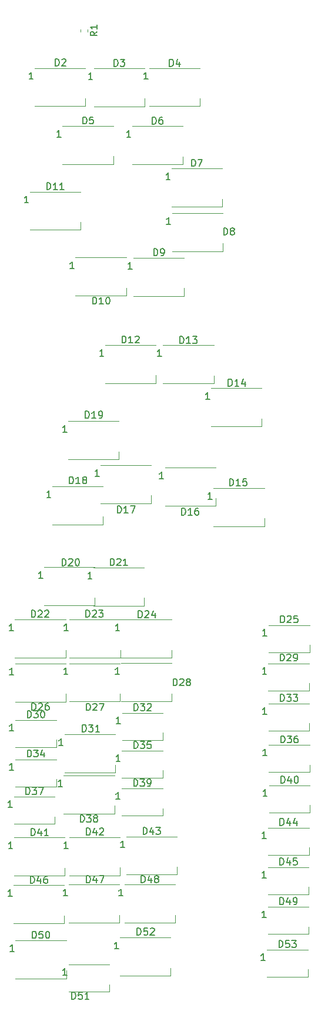
<source format=gbr>
%TF.GenerationSoftware,KiCad,Pcbnew,(5.1.6)-1*%
%TF.CreationDate,2021-08-23T14:52:40+10:00*%
%TF.ProjectId,SPIN RCV Panel PCB V1,5350494e-2052-4435-9620-50616e656c20,rev?*%
%TF.SameCoordinates,Original*%
%TF.FileFunction,Legend,Top*%
%TF.FilePolarity,Positive*%
%FSLAX46Y46*%
G04 Gerber Fmt 4.6, Leading zero omitted, Abs format (unit mm)*
G04 Created by KiCad (PCBNEW (5.1.6)-1) date 2021-08-23 14:52:40*
%MOMM*%
%LPD*%
G01*
G04 APERTURE LIST*
%ADD10C,0.120000*%
%ADD11C,0.150000*%
G04 APERTURE END LIST*
D10*
%TO.C,D53*%
X274758000Y-158425000D02*
X274758000Y-157350000D01*
X268858000Y-158425000D02*
X274758000Y-158425000D01*
X268858000Y-154525000D02*
X274758000Y-154525000D01*
%TO.C,D51*%
X246194000Y-160547000D02*
X246194000Y-159472000D01*
X240294000Y-160547000D02*
X246194000Y-160547000D01*
X240294000Y-156647000D02*
X246194000Y-156647000D01*
%TO.C,D49*%
X274896000Y-152267000D02*
X274896000Y-151192000D01*
X268996000Y-152267000D02*
X274896000Y-152267000D01*
X268996000Y-148367000D02*
X274896000Y-148367000D01*
%TO.C,D45*%
X274908000Y-146552000D02*
X274908000Y-145477000D01*
X269008000Y-146552000D02*
X274908000Y-146552000D01*
X269008000Y-142652000D02*
X274908000Y-142652000D01*
%TO.C,D44*%
X274922000Y-140862000D02*
X274922000Y-139787000D01*
X269022000Y-140862000D02*
X274922000Y-140862000D01*
X269022000Y-136962000D02*
X274922000Y-136962000D01*
%TO.C,D40*%
X275060000Y-134792000D02*
X275060000Y-133717000D01*
X269160000Y-134792000D02*
X275060000Y-134792000D01*
X269160000Y-130892000D02*
X275060000Y-130892000D01*
%TO.C,D39*%
X253854000Y-135235000D02*
X253854000Y-134160000D01*
X247954000Y-135235000D02*
X253854000Y-135235000D01*
X247954000Y-131335000D02*
X253854000Y-131335000D01*
%TO.C,D37*%
X238318000Y-136417000D02*
X238318000Y-135342000D01*
X232418000Y-136417000D02*
X238318000Y-136417000D01*
X232418000Y-132517000D02*
X238318000Y-132517000D01*
%TO.C,D36*%
X275037000Y-128987000D02*
X275037000Y-127912000D01*
X269137000Y-128987000D02*
X275037000Y-128987000D01*
X269137000Y-125087000D02*
X275037000Y-125087000D01*
%TO.C,D35*%
X253879000Y-129800000D02*
X253879000Y-128725000D01*
X247979000Y-129800000D02*
X253879000Y-129800000D01*
X247979000Y-125900000D02*
X253879000Y-125900000D01*
%TO.C,D34*%
X238523000Y-131033000D02*
X238523000Y-129958000D01*
X232623000Y-131033000D02*
X238523000Y-131033000D01*
X232623000Y-127133000D02*
X238523000Y-127133000D01*
%TO.C,D33*%
X274987000Y-123018000D02*
X274987000Y-121943000D01*
X269087000Y-123018000D02*
X274987000Y-123018000D01*
X269087000Y-119118000D02*
X274987000Y-119118000D01*
%TO.C,D32*%
X253905000Y-124364000D02*
X253905000Y-123289000D01*
X248005000Y-124364000D02*
X253905000Y-124364000D01*
X248005000Y-120464000D02*
X253905000Y-120464000D01*
%TO.C,D30*%
X238538000Y-125405000D02*
X238538000Y-124330000D01*
X232638000Y-125405000D02*
X238538000Y-125405000D01*
X232638000Y-121505000D02*
X238538000Y-121505000D01*
%TO.C,D29*%
X274956000Y-117227000D02*
X274956000Y-116152000D01*
X269056000Y-117227000D02*
X274956000Y-117227000D01*
X269056000Y-113327000D02*
X274956000Y-113327000D01*
%TO.C,D25*%
X275000000Y-111725000D02*
X275000000Y-110650000D01*
X269100000Y-111725000D02*
X275000000Y-111725000D01*
X269100000Y-107825000D02*
X275000000Y-107825000D01*
%TO.C,R1*%
X243055000Y-22163821D02*
X243055000Y-22489379D01*
X242035000Y-22163821D02*
X242035000Y-22489379D01*
%TO.C,D52*%
X247697000Y-152774000D02*
X254997000Y-152774000D01*
X247697000Y-158274000D02*
X254997000Y-158274000D01*
X254997000Y-158274000D02*
X254997000Y-157124000D01*
%TO.C,D50*%
X232658000Y-153155000D02*
X239958000Y-153155000D01*
X232658000Y-158655000D02*
X239958000Y-158655000D01*
X239958000Y-158655000D02*
X239958000Y-157505000D01*
%TO.C,D48*%
X248332000Y-145154000D02*
X255632000Y-145154000D01*
X248332000Y-150654000D02*
X255632000Y-150654000D01*
X255632000Y-150654000D02*
X255632000Y-149504000D01*
%TO.C,D47*%
X240331000Y-145154000D02*
X247631000Y-145154000D01*
X240331000Y-150654000D02*
X247631000Y-150654000D01*
X247631000Y-150654000D02*
X247631000Y-149504000D01*
%TO.C,D46*%
X232378000Y-145231000D02*
X239678000Y-145231000D01*
X232378000Y-150731000D02*
X239678000Y-150731000D01*
X239678000Y-150731000D02*
X239678000Y-149581000D01*
%TO.C,D43*%
X248597000Y-138220000D02*
X255897000Y-138220000D01*
X248597000Y-143720000D02*
X255897000Y-143720000D01*
X255897000Y-143720000D02*
X255897000Y-142570000D01*
%TO.C,D42*%
X240430000Y-138321000D02*
X247730000Y-138321000D01*
X240430000Y-143821000D02*
X247730000Y-143821000D01*
X247730000Y-143821000D02*
X247730000Y-142671000D01*
%TO.C,D41*%
X232431000Y-138372000D02*
X239731000Y-138372000D01*
X232431000Y-143872000D02*
X239731000Y-143872000D01*
X239731000Y-143872000D02*
X239731000Y-142722000D01*
%TO.C,D38*%
X239600000Y-129450000D02*
X246900000Y-129450000D01*
X239600000Y-134950000D02*
X246900000Y-134950000D01*
X246900000Y-134950000D02*
X246900000Y-133800000D01*
%TO.C,D31*%
X239700000Y-123550000D02*
X247000000Y-123550000D01*
X239700000Y-129050000D02*
X247000000Y-129050000D01*
X247000000Y-129050000D02*
X247000000Y-127900000D01*
%TO.C,D28*%
X247824000Y-113303000D02*
X255124000Y-113303000D01*
X247824000Y-118803000D02*
X255124000Y-118803000D01*
X255124000Y-118803000D02*
X255124000Y-117653000D01*
%TO.C,D27*%
X240407000Y-113328000D02*
X247707000Y-113328000D01*
X240407000Y-118828000D02*
X247707000Y-118828000D01*
X247707000Y-118828000D02*
X247707000Y-117678000D01*
%TO.C,D26*%
X232584000Y-113353000D02*
X239884000Y-113353000D01*
X232584000Y-118853000D02*
X239884000Y-118853000D01*
X239884000Y-118853000D02*
X239884000Y-117703000D01*
%TO.C,D24*%
X247849000Y-107029000D02*
X255149000Y-107029000D01*
X247849000Y-112529000D02*
X255149000Y-112529000D01*
X255149000Y-112529000D02*
X255149000Y-111379000D01*
%TO.C,D23*%
X240444000Y-107029000D02*
X247744000Y-107029000D01*
X240444000Y-112529000D02*
X247744000Y-112529000D01*
X247744000Y-112529000D02*
X247744000Y-111379000D01*
%TO.C,D22*%
X232558000Y-107029000D02*
X239858000Y-107029000D01*
X232558000Y-112529000D02*
X239858000Y-112529000D01*
X239858000Y-112529000D02*
X239858000Y-111379000D01*
%TO.C,D21*%
X243861000Y-99561000D02*
X251161000Y-99561000D01*
X243861000Y-105061000D02*
X251161000Y-105061000D01*
X251161000Y-105061000D02*
X251161000Y-103911000D01*
%TO.C,D20*%
X236775000Y-99510000D02*
X244075000Y-99510000D01*
X236775000Y-105010000D02*
X244075000Y-105010000D01*
X244075000Y-105010000D02*
X244075000Y-103860000D01*
%TO.C,D19*%
X240252000Y-78504400D02*
X247552000Y-78504400D01*
X240252000Y-84004400D02*
X247552000Y-84004400D01*
X247552000Y-84004400D02*
X247552000Y-82854400D01*
%TO.C,D18*%
X237943000Y-87877000D02*
X245243000Y-87877000D01*
X237943000Y-93377000D02*
X245243000Y-93377000D01*
X245243000Y-93377000D02*
X245243000Y-92227000D01*
%TO.C,D17*%
X244903000Y-84829000D02*
X252203000Y-84829000D01*
X244903000Y-90329000D02*
X252203000Y-90329000D01*
X252203000Y-90329000D02*
X252203000Y-89179000D01*
%TO.C,D16*%
X254174000Y-85184600D02*
X261474000Y-85184600D01*
X254174000Y-90684600D02*
X261474000Y-90684600D01*
X261474000Y-90684600D02*
X261474000Y-89534600D01*
%TO.C,D15*%
X261184000Y-88105600D02*
X268484000Y-88105600D01*
X261184000Y-93605600D02*
X268484000Y-93605600D01*
X268484000Y-93605600D02*
X268484000Y-92455600D01*
%TO.C,D14*%
X260829000Y-73754600D02*
X268129000Y-73754600D01*
X260829000Y-79254600D02*
X268129000Y-79254600D01*
X268129000Y-79254600D02*
X268129000Y-78104600D01*
%TO.C,D13*%
X253894000Y-67582400D02*
X261194000Y-67582400D01*
X253894000Y-73082400D02*
X261194000Y-73082400D01*
X261194000Y-73082400D02*
X261194000Y-71932400D01*
%TO.C,D12*%
X245563000Y-67557000D02*
X252863000Y-67557000D01*
X245563000Y-73057000D02*
X252863000Y-73057000D01*
X252863000Y-73057000D02*
X252863000Y-71907000D01*
%TO.C,D11*%
X234717000Y-45509800D02*
X242017000Y-45509800D01*
X234717000Y-51009800D02*
X242017000Y-51009800D01*
X242017000Y-51009800D02*
X242017000Y-49859800D01*
%TO.C,D10*%
X241294000Y-54984000D02*
X248594000Y-54984000D01*
X241294000Y-60484000D02*
X248594000Y-60484000D01*
X248594000Y-60484000D02*
X248594000Y-59334000D01*
%TO.C,D9*%
X249653000Y-55009800D02*
X256953000Y-55009800D01*
X249653000Y-60509800D02*
X256953000Y-60509800D01*
X256953000Y-60509800D02*
X256953000Y-59359800D01*
%TO.C,D8*%
X255188000Y-48583600D02*
X262488000Y-48583600D01*
X255188000Y-54083600D02*
X262488000Y-54083600D01*
X262488000Y-54083600D02*
X262488000Y-52933600D01*
%TO.C,D7*%
X255125000Y-42182600D02*
X262425000Y-42182600D01*
X255125000Y-47682600D02*
X262425000Y-47682600D01*
X262425000Y-47682600D02*
X262425000Y-46532600D01*
%TO.C,D6*%
X249449000Y-36086800D02*
X256749000Y-36086800D01*
X249449000Y-41586800D02*
X256749000Y-41586800D01*
X256749000Y-41586800D02*
X256749000Y-40436800D01*
%TO.C,D5*%
X239416000Y-36035600D02*
X246716000Y-36035600D01*
X239416000Y-41535600D02*
X246716000Y-41535600D01*
X246716000Y-41535600D02*
X246716000Y-40385600D01*
%TO.C,D4*%
X251939000Y-27730200D02*
X259239000Y-27730200D01*
X251939000Y-33230200D02*
X259239000Y-33230200D01*
X259239000Y-33230200D02*
X259239000Y-32080200D01*
%TO.C,D3*%
X243961000Y-27755600D02*
X251261000Y-27755600D01*
X243961000Y-33255600D02*
X251261000Y-33255600D01*
X251261000Y-33255600D02*
X251261000Y-32105600D01*
%TO.C,D2*%
X235401000Y-27729800D02*
X242701000Y-27729800D01*
X235401000Y-33229800D02*
X242701000Y-33229800D01*
X242701000Y-33229800D02*
X242701000Y-32079800D01*
%TO.C,D53*%
D11*
X270593714Y-154177380D02*
X270593714Y-153177380D01*
X270831809Y-153177380D01*
X270974666Y-153225000D01*
X271069904Y-153320238D01*
X271117523Y-153415476D01*
X271165142Y-153605952D01*
X271165142Y-153748809D01*
X271117523Y-153939285D01*
X271069904Y-154034523D01*
X270974666Y-154129761D01*
X270831809Y-154177380D01*
X270593714Y-154177380D01*
X272069904Y-153177380D02*
X271593714Y-153177380D01*
X271546095Y-153653571D01*
X271593714Y-153605952D01*
X271688952Y-153558333D01*
X271927047Y-153558333D01*
X272022285Y-153605952D01*
X272069904Y-153653571D01*
X272117523Y-153748809D01*
X272117523Y-153986904D01*
X272069904Y-154082142D01*
X272022285Y-154129761D01*
X271927047Y-154177380D01*
X271688952Y-154177380D01*
X271593714Y-154129761D01*
X271546095Y-154082142D01*
X272450857Y-153177380D02*
X273069904Y-153177380D01*
X272736571Y-153558333D01*
X272879428Y-153558333D01*
X272974666Y-153605952D01*
X273022285Y-153653571D01*
X273069904Y-153748809D01*
X273069904Y-153986904D01*
X273022285Y-154082142D01*
X272974666Y-154129761D01*
X272879428Y-154177380D01*
X272593714Y-154177380D01*
X272498476Y-154129761D01*
X272450857Y-154082142D01*
X268593714Y-156052380D02*
X268022285Y-156052380D01*
X268308000Y-156052380D02*
X268308000Y-155052380D01*
X268212761Y-155195238D01*
X268117523Y-155290476D01*
X268022285Y-155338095D01*
%TO.C,D51*%
X240760714Y-161602380D02*
X240760714Y-160602380D01*
X240998809Y-160602380D01*
X241141666Y-160650000D01*
X241236904Y-160745238D01*
X241284523Y-160840476D01*
X241332142Y-161030952D01*
X241332142Y-161173809D01*
X241284523Y-161364285D01*
X241236904Y-161459523D01*
X241141666Y-161554761D01*
X240998809Y-161602380D01*
X240760714Y-161602380D01*
X242236904Y-160602380D02*
X241760714Y-160602380D01*
X241713095Y-161078571D01*
X241760714Y-161030952D01*
X241855952Y-160983333D01*
X242094047Y-160983333D01*
X242189285Y-161030952D01*
X242236904Y-161078571D01*
X242284523Y-161173809D01*
X242284523Y-161411904D01*
X242236904Y-161507142D01*
X242189285Y-161554761D01*
X242094047Y-161602380D01*
X241855952Y-161602380D01*
X241760714Y-161554761D01*
X241713095Y-161507142D01*
X243236904Y-161602380D02*
X242665476Y-161602380D01*
X242951190Y-161602380D02*
X242951190Y-160602380D01*
X242855952Y-160745238D01*
X242760714Y-160840476D01*
X242665476Y-160888095D01*
X240029714Y-158174380D02*
X239458285Y-158174380D01*
X239744000Y-158174380D02*
X239744000Y-157174380D01*
X239648761Y-157317238D01*
X239553523Y-157412476D01*
X239458285Y-157460095D01*
%TO.C,D49*%
X270731714Y-148019380D02*
X270731714Y-147019380D01*
X270969809Y-147019380D01*
X271112666Y-147067000D01*
X271207904Y-147162238D01*
X271255523Y-147257476D01*
X271303142Y-147447952D01*
X271303142Y-147590809D01*
X271255523Y-147781285D01*
X271207904Y-147876523D01*
X271112666Y-147971761D01*
X270969809Y-148019380D01*
X270731714Y-148019380D01*
X272160285Y-147352714D02*
X272160285Y-148019380D01*
X271922190Y-146971761D02*
X271684095Y-147686047D01*
X272303142Y-147686047D01*
X272731714Y-148019380D02*
X272922190Y-148019380D01*
X273017428Y-147971761D01*
X273065047Y-147924142D01*
X273160285Y-147781285D01*
X273207904Y-147590809D01*
X273207904Y-147209857D01*
X273160285Y-147114619D01*
X273112666Y-147067000D01*
X273017428Y-147019380D01*
X272826952Y-147019380D01*
X272731714Y-147067000D01*
X272684095Y-147114619D01*
X272636476Y-147209857D01*
X272636476Y-147447952D01*
X272684095Y-147543190D01*
X272731714Y-147590809D01*
X272826952Y-147638428D01*
X273017428Y-147638428D01*
X273112666Y-147590809D01*
X273160285Y-147543190D01*
X273207904Y-147447952D01*
X268731714Y-149894380D02*
X268160285Y-149894380D01*
X268446000Y-149894380D02*
X268446000Y-148894380D01*
X268350761Y-149037238D01*
X268255523Y-149132476D01*
X268160285Y-149180095D01*
%TO.C,D45*%
X270743714Y-142304380D02*
X270743714Y-141304380D01*
X270981809Y-141304380D01*
X271124666Y-141352000D01*
X271219904Y-141447238D01*
X271267523Y-141542476D01*
X271315142Y-141732952D01*
X271315142Y-141875809D01*
X271267523Y-142066285D01*
X271219904Y-142161523D01*
X271124666Y-142256761D01*
X270981809Y-142304380D01*
X270743714Y-142304380D01*
X272172285Y-141637714D02*
X272172285Y-142304380D01*
X271934190Y-141256761D02*
X271696095Y-141971047D01*
X272315142Y-141971047D01*
X273172285Y-141304380D02*
X272696095Y-141304380D01*
X272648476Y-141780571D01*
X272696095Y-141732952D01*
X272791333Y-141685333D01*
X273029428Y-141685333D01*
X273124666Y-141732952D01*
X273172285Y-141780571D01*
X273219904Y-141875809D01*
X273219904Y-142113904D01*
X273172285Y-142209142D01*
X273124666Y-142256761D01*
X273029428Y-142304380D01*
X272791333Y-142304380D01*
X272696095Y-142256761D01*
X272648476Y-142209142D01*
X268743714Y-144179380D02*
X268172285Y-144179380D01*
X268458000Y-144179380D02*
X268458000Y-143179380D01*
X268362761Y-143322238D01*
X268267523Y-143417476D01*
X268172285Y-143465095D01*
%TO.C,D44*%
X270757714Y-136614380D02*
X270757714Y-135614380D01*
X270995809Y-135614380D01*
X271138666Y-135662000D01*
X271233904Y-135757238D01*
X271281523Y-135852476D01*
X271329142Y-136042952D01*
X271329142Y-136185809D01*
X271281523Y-136376285D01*
X271233904Y-136471523D01*
X271138666Y-136566761D01*
X270995809Y-136614380D01*
X270757714Y-136614380D01*
X272186285Y-135947714D02*
X272186285Y-136614380D01*
X271948190Y-135566761D02*
X271710095Y-136281047D01*
X272329142Y-136281047D01*
X273138666Y-135947714D02*
X273138666Y-136614380D01*
X272900571Y-135566761D02*
X272662476Y-136281047D01*
X273281523Y-136281047D01*
X268757714Y-138489380D02*
X268186285Y-138489380D01*
X268472000Y-138489380D02*
X268472000Y-137489380D01*
X268376761Y-137632238D01*
X268281523Y-137727476D01*
X268186285Y-137775095D01*
%TO.C,D40*%
X270895714Y-130544380D02*
X270895714Y-129544380D01*
X271133809Y-129544380D01*
X271276666Y-129592000D01*
X271371904Y-129687238D01*
X271419523Y-129782476D01*
X271467142Y-129972952D01*
X271467142Y-130115809D01*
X271419523Y-130306285D01*
X271371904Y-130401523D01*
X271276666Y-130496761D01*
X271133809Y-130544380D01*
X270895714Y-130544380D01*
X272324285Y-129877714D02*
X272324285Y-130544380D01*
X272086190Y-129496761D02*
X271848095Y-130211047D01*
X272467142Y-130211047D01*
X273038571Y-129544380D02*
X273133809Y-129544380D01*
X273229047Y-129592000D01*
X273276666Y-129639619D01*
X273324285Y-129734857D01*
X273371904Y-129925333D01*
X273371904Y-130163428D01*
X273324285Y-130353904D01*
X273276666Y-130449142D01*
X273229047Y-130496761D01*
X273133809Y-130544380D01*
X273038571Y-130544380D01*
X272943333Y-130496761D01*
X272895714Y-130449142D01*
X272848095Y-130353904D01*
X272800476Y-130163428D01*
X272800476Y-129925333D01*
X272848095Y-129734857D01*
X272895714Y-129639619D01*
X272943333Y-129592000D01*
X273038571Y-129544380D01*
X268895714Y-132419380D02*
X268324285Y-132419380D01*
X268610000Y-132419380D02*
X268610000Y-131419380D01*
X268514761Y-131562238D01*
X268419523Y-131657476D01*
X268324285Y-131705095D01*
%TO.C,D39*%
X249689714Y-130987380D02*
X249689714Y-129987380D01*
X249927809Y-129987380D01*
X250070666Y-130035000D01*
X250165904Y-130130238D01*
X250213523Y-130225476D01*
X250261142Y-130415952D01*
X250261142Y-130558809D01*
X250213523Y-130749285D01*
X250165904Y-130844523D01*
X250070666Y-130939761D01*
X249927809Y-130987380D01*
X249689714Y-130987380D01*
X250594476Y-129987380D02*
X251213523Y-129987380D01*
X250880190Y-130368333D01*
X251023047Y-130368333D01*
X251118285Y-130415952D01*
X251165904Y-130463571D01*
X251213523Y-130558809D01*
X251213523Y-130796904D01*
X251165904Y-130892142D01*
X251118285Y-130939761D01*
X251023047Y-130987380D01*
X250737333Y-130987380D01*
X250642095Y-130939761D01*
X250594476Y-130892142D01*
X251689714Y-130987380D02*
X251880190Y-130987380D01*
X251975428Y-130939761D01*
X252023047Y-130892142D01*
X252118285Y-130749285D01*
X252165904Y-130558809D01*
X252165904Y-130177857D01*
X252118285Y-130082619D01*
X252070666Y-130035000D01*
X251975428Y-129987380D01*
X251784952Y-129987380D01*
X251689714Y-130035000D01*
X251642095Y-130082619D01*
X251594476Y-130177857D01*
X251594476Y-130415952D01*
X251642095Y-130511190D01*
X251689714Y-130558809D01*
X251784952Y-130606428D01*
X251975428Y-130606428D01*
X252070666Y-130558809D01*
X252118285Y-130511190D01*
X252165904Y-130415952D01*
X247689714Y-132862380D02*
X247118285Y-132862380D01*
X247404000Y-132862380D02*
X247404000Y-131862380D01*
X247308761Y-132005238D01*
X247213523Y-132100476D01*
X247118285Y-132148095D01*
%TO.C,D37*%
X234153714Y-132169380D02*
X234153714Y-131169380D01*
X234391809Y-131169380D01*
X234534666Y-131217000D01*
X234629904Y-131312238D01*
X234677523Y-131407476D01*
X234725142Y-131597952D01*
X234725142Y-131740809D01*
X234677523Y-131931285D01*
X234629904Y-132026523D01*
X234534666Y-132121761D01*
X234391809Y-132169380D01*
X234153714Y-132169380D01*
X235058476Y-131169380D02*
X235677523Y-131169380D01*
X235344190Y-131550333D01*
X235487047Y-131550333D01*
X235582285Y-131597952D01*
X235629904Y-131645571D01*
X235677523Y-131740809D01*
X235677523Y-131978904D01*
X235629904Y-132074142D01*
X235582285Y-132121761D01*
X235487047Y-132169380D01*
X235201333Y-132169380D01*
X235106095Y-132121761D01*
X235058476Y-132074142D01*
X236010857Y-131169380D02*
X236677523Y-131169380D01*
X236248952Y-132169380D01*
X232153714Y-134044380D02*
X231582285Y-134044380D01*
X231868000Y-134044380D02*
X231868000Y-133044380D01*
X231772761Y-133187238D01*
X231677523Y-133282476D01*
X231582285Y-133330095D01*
%TO.C,D36*%
X270872714Y-124739380D02*
X270872714Y-123739380D01*
X271110809Y-123739380D01*
X271253666Y-123787000D01*
X271348904Y-123882238D01*
X271396523Y-123977476D01*
X271444142Y-124167952D01*
X271444142Y-124310809D01*
X271396523Y-124501285D01*
X271348904Y-124596523D01*
X271253666Y-124691761D01*
X271110809Y-124739380D01*
X270872714Y-124739380D01*
X271777476Y-123739380D02*
X272396523Y-123739380D01*
X272063190Y-124120333D01*
X272206047Y-124120333D01*
X272301285Y-124167952D01*
X272348904Y-124215571D01*
X272396523Y-124310809D01*
X272396523Y-124548904D01*
X272348904Y-124644142D01*
X272301285Y-124691761D01*
X272206047Y-124739380D01*
X271920333Y-124739380D01*
X271825095Y-124691761D01*
X271777476Y-124644142D01*
X273253666Y-123739380D02*
X273063190Y-123739380D01*
X272967952Y-123787000D01*
X272920333Y-123834619D01*
X272825095Y-123977476D01*
X272777476Y-124167952D01*
X272777476Y-124548904D01*
X272825095Y-124644142D01*
X272872714Y-124691761D01*
X272967952Y-124739380D01*
X273158428Y-124739380D01*
X273253666Y-124691761D01*
X273301285Y-124644142D01*
X273348904Y-124548904D01*
X273348904Y-124310809D01*
X273301285Y-124215571D01*
X273253666Y-124167952D01*
X273158428Y-124120333D01*
X272967952Y-124120333D01*
X272872714Y-124167952D01*
X272825095Y-124215571D01*
X272777476Y-124310809D01*
X268872714Y-126614380D02*
X268301285Y-126614380D01*
X268587000Y-126614380D02*
X268587000Y-125614380D01*
X268491761Y-125757238D01*
X268396523Y-125852476D01*
X268301285Y-125900095D01*
%TO.C,D35*%
X249714714Y-125552380D02*
X249714714Y-124552380D01*
X249952809Y-124552380D01*
X250095666Y-124600000D01*
X250190904Y-124695238D01*
X250238523Y-124790476D01*
X250286142Y-124980952D01*
X250286142Y-125123809D01*
X250238523Y-125314285D01*
X250190904Y-125409523D01*
X250095666Y-125504761D01*
X249952809Y-125552380D01*
X249714714Y-125552380D01*
X250619476Y-124552380D02*
X251238523Y-124552380D01*
X250905190Y-124933333D01*
X251048047Y-124933333D01*
X251143285Y-124980952D01*
X251190904Y-125028571D01*
X251238523Y-125123809D01*
X251238523Y-125361904D01*
X251190904Y-125457142D01*
X251143285Y-125504761D01*
X251048047Y-125552380D01*
X250762333Y-125552380D01*
X250667095Y-125504761D01*
X250619476Y-125457142D01*
X252143285Y-124552380D02*
X251667095Y-124552380D01*
X251619476Y-125028571D01*
X251667095Y-124980952D01*
X251762333Y-124933333D01*
X252000428Y-124933333D01*
X252095666Y-124980952D01*
X252143285Y-125028571D01*
X252190904Y-125123809D01*
X252190904Y-125361904D01*
X252143285Y-125457142D01*
X252095666Y-125504761D01*
X252000428Y-125552380D01*
X251762333Y-125552380D01*
X251667095Y-125504761D01*
X251619476Y-125457142D01*
X247714714Y-127427380D02*
X247143285Y-127427380D01*
X247429000Y-127427380D02*
X247429000Y-126427380D01*
X247333761Y-126570238D01*
X247238523Y-126665476D01*
X247143285Y-126713095D01*
%TO.C,D34*%
X234358714Y-126785380D02*
X234358714Y-125785380D01*
X234596809Y-125785380D01*
X234739666Y-125833000D01*
X234834904Y-125928238D01*
X234882523Y-126023476D01*
X234930142Y-126213952D01*
X234930142Y-126356809D01*
X234882523Y-126547285D01*
X234834904Y-126642523D01*
X234739666Y-126737761D01*
X234596809Y-126785380D01*
X234358714Y-126785380D01*
X235263476Y-125785380D02*
X235882523Y-125785380D01*
X235549190Y-126166333D01*
X235692047Y-126166333D01*
X235787285Y-126213952D01*
X235834904Y-126261571D01*
X235882523Y-126356809D01*
X235882523Y-126594904D01*
X235834904Y-126690142D01*
X235787285Y-126737761D01*
X235692047Y-126785380D01*
X235406333Y-126785380D01*
X235311095Y-126737761D01*
X235263476Y-126690142D01*
X236739666Y-126118714D02*
X236739666Y-126785380D01*
X236501571Y-125737761D02*
X236263476Y-126452047D01*
X236882523Y-126452047D01*
X232358714Y-128660380D02*
X231787285Y-128660380D01*
X232073000Y-128660380D02*
X232073000Y-127660380D01*
X231977761Y-127803238D01*
X231882523Y-127898476D01*
X231787285Y-127946095D01*
%TO.C,D33*%
X270822714Y-118770380D02*
X270822714Y-117770380D01*
X271060809Y-117770380D01*
X271203666Y-117818000D01*
X271298904Y-117913238D01*
X271346523Y-118008476D01*
X271394142Y-118198952D01*
X271394142Y-118341809D01*
X271346523Y-118532285D01*
X271298904Y-118627523D01*
X271203666Y-118722761D01*
X271060809Y-118770380D01*
X270822714Y-118770380D01*
X271727476Y-117770380D02*
X272346523Y-117770380D01*
X272013190Y-118151333D01*
X272156047Y-118151333D01*
X272251285Y-118198952D01*
X272298904Y-118246571D01*
X272346523Y-118341809D01*
X272346523Y-118579904D01*
X272298904Y-118675142D01*
X272251285Y-118722761D01*
X272156047Y-118770380D01*
X271870333Y-118770380D01*
X271775095Y-118722761D01*
X271727476Y-118675142D01*
X272679857Y-117770380D02*
X273298904Y-117770380D01*
X272965571Y-118151333D01*
X273108428Y-118151333D01*
X273203666Y-118198952D01*
X273251285Y-118246571D01*
X273298904Y-118341809D01*
X273298904Y-118579904D01*
X273251285Y-118675142D01*
X273203666Y-118722761D01*
X273108428Y-118770380D01*
X272822714Y-118770380D01*
X272727476Y-118722761D01*
X272679857Y-118675142D01*
X268822714Y-120645380D02*
X268251285Y-120645380D01*
X268537000Y-120645380D02*
X268537000Y-119645380D01*
X268441761Y-119788238D01*
X268346523Y-119883476D01*
X268251285Y-119931095D01*
%TO.C,D32*%
X249740714Y-120116380D02*
X249740714Y-119116380D01*
X249978809Y-119116380D01*
X250121666Y-119164000D01*
X250216904Y-119259238D01*
X250264523Y-119354476D01*
X250312142Y-119544952D01*
X250312142Y-119687809D01*
X250264523Y-119878285D01*
X250216904Y-119973523D01*
X250121666Y-120068761D01*
X249978809Y-120116380D01*
X249740714Y-120116380D01*
X250645476Y-119116380D02*
X251264523Y-119116380D01*
X250931190Y-119497333D01*
X251074047Y-119497333D01*
X251169285Y-119544952D01*
X251216904Y-119592571D01*
X251264523Y-119687809D01*
X251264523Y-119925904D01*
X251216904Y-120021142D01*
X251169285Y-120068761D01*
X251074047Y-120116380D01*
X250788333Y-120116380D01*
X250693095Y-120068761D01*
X250645476Y-120021142D01*
X251645476Y-119211619D02*
X251693095Y-119164000D01*
X251788333Y-119116380D01*
X252026428Y-119116380D01*
X252121666Y-119164000D01*
X252169285Y-119211619D01*
X252216904Y-119306857D01*
X252216904Y-119402095D01*
X252169285Y-119544952D01*
X251597857Y-120116380D01*
X252216904Y-120116380D01*
X247740714Y-121991380D02*
X247169285Y-121991380D01*
X247455000Y-121991380D02*
X247455000Y-120991380D01*
X247359761Y-121134238D01*
X247264523Y-121229476D01*
X247169285Y-121277095D01*
%TO.C,D30*%
X234373714Y-121157380D02*
X234373714Y-120157380D01*
X234611809Y-120157380D01*
X234754666Y-120205000D01*
X234849904Y-120300238D01*
X234897523Y-120395476D01*
X234945142Y-120585952D01*
X234945142Y-120728809D01*
X234897523Y-120919285D01*
X234849904Y-121014523D01*
X234754666Y-121109761D01*
X234611809Y-121157380D01*
X234373714Y-121157380D01*
X235278476Y-120157380D02*
X235897523Y-120157380D01*
X235564190Y-120538333D01*
X235707047Y-120538333D01*
X235802285Y-120585952D01*
X235849904Y-120633571D01*
X235897523Y-120728809D01*
X235897523Y-120966904D01*
X235849904Y-121062142D01*
X235802285Y-121109761D01*
X235707047Y-121157380D01*
X235421333Y-121157380D01*
X235326095Y-121109761D01*
X235278476Y-121062142D01*
X236516571Y-120157380D02*
X236611809Y-120157380D01*
X236707047Y-120205000D01*
X236754666Y-120252619D01*
X236802285Y-120347857D01*
X236849904Y-120538333D01*
X236849904Y-120776428D01*
X236802285Y-120966904D01*
X236754666Y-121062142D01*
X236707047Y-121109761D01*
X236611809Y-121157380D01*
X236516571Y-121157380D01*
X236421333Y-121109761D01*
X236373714Y-121062142D01*
X236326095Y-120966904D01*
X236278476Y-120776428D01*
X236278476Y-120538333D01*
X236326095Y-120347857D01*
X236373714Y-120252619D01*
X236421333Y-120205000D01*
X236516571Y-120157380D01*
X232373714Y-123032380D02*
X231802285Y-123032380D01*
X232088000Y-123032380D02*
X232088000Y-122032380D01*
X231992761Y-122175238D01*
X231897523Y-122270476D01*
X231802285Y-122318095D01*
%TO.C,D29*%
X270791714Y-112979380D02*
X270791714Y-111979380D01*
X271029809Y-111979380D01*
X271172666Y-112027000D01*
X271267904Y-112122238D01*
X271315523Y-112217476D01*
X271363142Y-112407952D01*
X271363142Y-112550809D01*
X271315523Y-112741285D01*
X271267904Y-112836523D01*
X271172666Y-112931761D01*
X271029809Y-112979380D01*
X270791714Y-112979380D01*
X271744095Y-112074619D02*
X271791714Y-112027000D01*
X271886952Y-111979380D01*
X272125047Y-111979380D01*
X272220285Y-112027000D01*
X272267904Y-112074619D01*
X272315523Y-112169857D01*
X272315523Y-112265095D01*
X272267904Y-112407952D01*
X271696476Y-112979380D01*
X272315523Y-112979380D01*
X272791714Y-112979380D02*
X272982190Y-112979380D01*
X273077428Y-112931761D01*
X273125047Y-112884142D01*
X273220285Y-112741285D01*
X273267904Y-112550809D01*
X273267904Y-112169857D01*
X273220285Y-112074619D01*
X273172666Y-112027000D01*
X273077428Y-111979380D01*
X272886952Y-111979380D01*
X272791714Y-112027000D01*
X272744095Y-112074619D01*
X272696476Y-112169857D01*
X272696476Y-112407952D01*
X272744095Y-112503190D01*
X272791714Y-112550809D01*
X272886952Y-112598428D01*
X273077428Y-112598428D01*
X273172666Y-112550809D01*
X273220285Y-112503190D01*
X273267904Y-112407952D01*
X268791714Y-114854380D02*
X268220285Y-114854380D01*
X268506000Y-114854380D02*
X268506000Y-113854380D01*
X268410761Y-113997238D01*
X268315523Y-114092476D01*
X268220285Y-114140095D01*
%TO.C,D25*%
X270835714Y-107477380D02*
X270835714Y-106477380D01*
X271073809Y-106477380D01*
X271216666Y-106525000D01*
X271311904Y-106620238D01*
X271359523Y-106715476D01*
X271407142Y-106905952D01*
X271407142Y-107048809D01*
X271359523Y-107239285D01*
X271311904Y-107334523D01*
X271216666Y-107429761D01*
X271073809Y-107477380D01*
X270835714Y-107477380D01*
X271788095Y-106572619D02*
X271835714Y-106525000D01*
X271930952Y-106477380D01*
X272169047Y-106477380D01*
X272264285Y-106525000D01*
X272311904Y-106572619D01*
X272359523Y-106667857D01*
X272359523Y-106763095D01*
X272311904Y-106905952D01*
X271740476Y-107477380D01*
X272359523Y-107477380D01*
X273264285Y-106477380D02*
X272788095Y-106477380D01*
X272740476Y-106953571D01*
X272788095Y-106905952D01*
X272883333Y-106858333D01*
X273121428Y-106858333D01*
X273216666Y-106905952D01*
X273264285Y-106953571D01*
X273311904Y-107048809D01*
X273311904Y-107286904D01*
X273264285Y-107382142D01*
X273216666Y-107429761D01*
X273121428Y-107477380D01*
X272883333Y-107477380D01*
X272788095Y-107429761D01*
X272740476Y-107382142D01*
X268835714Y-109352380D02*
X268264285Y-109352380D01*
X268550000Y-109352380D02*
X268550000Y-108352380D01*
X268454761Y-108495238D01*
X268359523Y-108590476D01*
X268264285Y-108638095D01*
%TO.C,R1*%
X244427380Y-22493266D02*
X243951190Y-22826600D01*
X244427380Y-23064695D02*
X243427380Y-23064695D01*
X243427380Y-22683742D01*
X243475000Y-22588504D01*
X243522619Y-22540885D01*
X243617857Y-22493266D01*
X243760714Y-22493266D01*
X243855952Y-22540885D01*
X243903571Y-22588504D01*
X243951190Y-22683742D01*
X243951190Y-23064695D01*
X244427380Y-21540885D02*
X244427380Y-22112314D01*
X244427380Y-21826600D02*
X243427380Y-21826600D01*
X243570238Y-21921838D01*
X243665476Y-22017076D01*
X243713095Y-22112314D01*
%TO.C,D52*%
X250169714Y-152395180D02*
X250169714Y-151395180D01*
X250407809Y-151395180D01*
X250550666Y-151442800D01*
X250645904Y-151538038D01*
X250693523Y-151633276D01*
X250741142Y-151823752D01*
X250741142Y-151966609D01*
X250693523Y-152157085D01*
X250645904Y-152252323D01*
X250550666Y-152347561D01*
X250407809Y-152395180D01*
X250169714Y-152395180D01*
X251645904Y-151395180D02*
X251169714Y-151395180D01*
X251122095Y-151871371D01*
X251169714Y-151823752D01*
X251264952Y-151776133D01*
X251503047Y-151776133D01*
X251598285Y-151823752D01*
X251645904Y-151871371D01*
X251693523Y-151966609D01*
X251693523Y-152204704D01*
X251645904Y-152299942D01*
X251598285Y-152347561D01*
X251503047Y-152395180D01*
X251264952Y-152395180D01*
X251169714Y-152347561D01*
X251122095Y-152299942D01*
X252074476Y-151490419D02*
X252122095Y-151442800D01*
X252217333Y-151395180D01*
X252455428Y-151395180D01*
X252550666Y-151442800D01*
X252598285Y-151490419D01*
X252645904Y-151585657D01*
X252645904Y-151680895D01*
X252598285Y-151823752D01*
X252026857Y-152395180D01*
X252645904Y-152395180D01*
X247482714Y-154376380D02*
X246911285Y-154376380D01*
X247197000Y-154376380D02*
X247197000Y-153376380D01*
X247101761Y-153519238D01*
X247006523Y-153614476D01*
X246911285Y-153662095D01*
%TO.C,D50*%
X235093714Y-152857380D02*
X235093714Y-151857380D01*
X235331809Y-151857380D01*
X235474666Y-151905000D01*
X235569904Y-152000238D01*
X235617523Y-152095476D01*
X235665142Y-152285952D01*
X235665142Y-152428809D01*
X235617523Y-152619285D01*
X235569904Y-152714523D01*
X235474666Y-152809761D01*
X235331809Y-152857380D01*
X235093714Y-152857380D01*
X236569904Y-151857380D02*
X236093714Y-151857380D01*
X236046095Y-152333571D01*
X236093714Y-152285952D01*
X236188952Y-152238333D01*
X236427047Y-152238333D01*
X236522285Y-152285952D01*
X236569904Y-152333571D01*
X236617523Y-152428809D01*
X236617523Y-152666904D01*
X236569904Y-152762142D01*
X236522285Y-152809761D01*
X236427047Y-152857380D01*
X236188952Y-152857380D01*
X236093714Y-152809761D01*
X236046095Y-152762142D01*
X237236571Y-151857380D02*
X237331809Y-151857380D01*
X237427047Y-151905000D01*
X237474666Y-151952619D01*
X237522285Y-152047857D01*
X237569904Y-152238333D01*
X237569904Y-152476428D01*
X237522285Y-152666904D01*
X237474666Y-152762142D01*
X237427047Y-152809761D01*
X237331809Y-152857380D01*
X237236571Y-152857380D01*
X237141333Y-152809761D01*
X237093714Y-152762142D01*
X237046095Y-152666904D01*
X236998476Y-152476428D01*
X236998476Y-152238333D01*
X237046095Y-152047857D01*
X237093714Y-151952619D01*
X237141333Y-151905000D01*
X237236571Y-151857380D01*
X232443714Y-154757380D02*
X231872285Y-154757380D01*
X232158000Y-154757380D02*
X232158000Y-153757380D01*
X232062761Y-153900238D01*
X231967523Y-153995476D01*
X231872285Y-154043095D01*
%TO.C,D48*%
X250767714Y-144856380D02*
X250767714Y-143856380D01*
X251005809Y-143856380D01*
X251148666Y-143904000D01*
X251243904Y-143999238D01*
X251291523Y-144094476D01*
X251339142Y-144284952D01*
X251339142Y-144427809D01*
X251291523Y-144618285D01*
X251243904Y-144713523D01*
X251148666Y-144808761D01*
X251005809Y-144856380D01*
X250767714Y-144856380D01*
X252196285Y-144189714D02*
X252196285Y-144856380D01*
X251958190Y-143808761D02*
X251720095Y-144523047D01*
X252339142Y-144523047D01*
X252862952Y-144284952D02*
X252767714Y-144237333D01*
X252720095Y-144189714D01*
X252672476Y-144094476D01*
X252672476Y-144046857D01*
X252720095Y-143951619D01*
X252767714Y-143904000D01*
X252862952Y-143856380D01*
X253053428Y-143856380D01*
X253148666Y-143904000D01*
X253196285Y-143951619D01*
X253243904Y-144046857D01*
X253243904Y-144094476D01*
X253196285Y-144189714D01*
X253148666Y-144237333D01*
X253053428Y-144284952D01*
X252862952Y-144284952D01*
X252767714Y-144332571D01*
X252720095Y-144380190D01*
X252672476Y-144475428D01*
X252672476Y-144665904D01*
X252720095Y-144761142D01*
X252767714Y-144808761D01*
X252862952Y-144856380D01*
X253053428Y-144856380D01*
X253148666Y-144808761D01*
X253196285Y-144761142D01*
X253243904Y-144665904D01*
X253243904Y-144475428D01*
X253196285Y-144380190D01*
X253148666Y-144332571D01*
X253053428Y-144284952D01*
X248117714Y-146756380D02*
X247546285Y-146756380D01*
X247832000Y-146756380D02*
X247832000Y-145756380D01*
X247736761Y-145899238D01*
X247641523Y-145994476D01*
X247546285Y-146042095D01*
%TO.C,D47*%
X242879914Y-144876780D02*
X242879914Y-143876780D01*
X243118009Y-143876780D01*
X243260866Y-143924400D01*
X243356104Y-144019638D01*
X243403723Y-144114876D01*
X243451342Y-144305352D01*
X243451342Y-144448209D01*
X243403723Y-144638685D01*
X243356104Y-144733923D01*
X243260866Y-144829161D01*
X243118009Y-144876780D01*
X242879914Y-144876780D01*
X244308485Y-144210114D02*
X244308485Y-144876780D01*
X244070390Y-143829161D02*
X243832295Y-144543447D01*
X244451342Y-144543447D01*
X244737057Y-143876780D02*
X245403723Y-143876780D01*
X244975152Y-144876780D01*
X240116714Y-146756380D02*
X239545285Y-146756380D01*
X239831000Y-146756380D02*
X239831000Y-145756380D01*
X239735761Y-145899238D01*
X239640523Y-145994476D01*
X239545285Y-146042095D01*
%TO.C,D46*%
X234813714Y-144933380D02*
X234813714Y-143933380D01*
X235051809Y-143933380D01*
X235194666Y-143981000D01*
X235289904Y-144076238D01*
X235337523Y-144171476D01*
X235385142Y-144361952D01*
X235385142Y-144504809D01*
X235337523Y-144695285D01*
X235289904Y-144790523D01*
X235194666Y-144885761D01*
X235051809Y-144933380D01*
X234813714Y-144933380D01*
X236242285Y-144266714D02*
X236242285Y-144933380D01*
X236004190Y-143885761D02*
X235766095Y-144600047D01*
X236385142Y-144600047D01*
X237194666Y-143933380D02*
X237004190Y-143933380D01*
X236908952Y-143981000D01*
X236861333Y-144028619D01*
X236766095Y-144171476D01*
X236718476Y-144361952D01*
X236718476Y-144742904D01*
X236766095Y-144838142D01*
X236813714Y-144885761D01*
X236908952Y-144933380D01*
X237099428Y-144933380D01*
X237194666Y-144885761D01*
X237242285Y-144838142D01*
X237289904Y-144742904D01*
X237289904Y-144504809D01*
X237242285Y-144409571D01*
X237194666Y-144361952D01*
X237099428Y-144314333D01*
X236908952Y-144314333D01*
X236813714Y-144361952D01*
X236766095Y-144409571D01*
X236718476Y-144504809D01*
X232163714Y-146833380D02*
X231592285Y-146833380D01*
X231878000Y-146833380D02*
X231878000Y-145833380D01*
X231782761Y-145976238D01*
X231687523Y-146071476D01*
X231592285Y-146119095D01*
%TO.C,D43*%
X251032714Y-137922380D02*
X251032714Y-136922380D01*
X251270809Y-136922380D01*
X251413666Y-136970000D01*
X251508904Y-137065238D01*
X251556523Y-137160476D01*
X251604142Y-137350952D01*
X251604142Y-137493809D01*
X251556523Y-137684285D01*
X251508904Y-137779523D01*
X251413666Y-137874761D01*
X251270809Y-137922380D01*
X251032714Y-137922380D01*
X252461285Y-137255714D02*
X252461285Y-137922380D01*
X252223190Y-136874761D02*
X251985095Y-137589047D01*
X252604142Y-137589047D01*
X252889857Y-136922380D02*
X253508904Y-136922380D01*
X253175571Y-137303333D01*
X253318428Y-137303333D01*
X253413666Y-137350952D01*
X253461285Y-137398571D01*
X253508904Y-137493809D01*
X253508904Y-137731904D01*
X253461285Y-137827142D01*
X253413666Y-137874761D01*
X253318428Y-137922380D01*
X253032714Y-137922380D01*
X252937476Y-137874761D01*
X252889857Y-137827142D01*
X248382714Y-139822380D02*
X247811285Y-139822380D01*
X248097000Y-139822380D02*
X248097000Y-138822380D01*
X248001761Y-138965238D01*
X247906523Y-139060476D01*
X247811285Y-139108095D01*
%TO.C,D42*%
X242865714Y-138023380D02*
X242865714Y-137023380D01*
X243103809Y-137023380D01*
X243246666Y-137071000D01*
X243341904Y-137166238D01*
X243389523Y-137261476D01*
X243437142Y-137451952D01*
X243437142Y-137594809D01*
X243389523Y-137785285D01*
X243341904Y-137880523D01*
X243246666Y-137975761D01*
X243103809Y-138023380D01*
X242865714Y-138023380D01*
X244294285Y-137356714D02*
X244294285Y-138023380D01*
X244056190Y-136975761D02*
X243818095Y-137690047D01*
X244437142Y-137690047D01*
X244770476Y-137118619D02*
X244818095Y-137071000D01*
X244913333Y-137023380D01*
X245151428Y-137023380D01*
X245246666Y-137071000D01*
X245294285Y-137118619D01*
X245341904Y-137213857D01*
X245341904Y-137309095D01*
X245294285Y-137451952D01*
X244722857Y-138023380D01*
X245341904Y-138023380D01*
X240215714Y-139923380D02*
X239644285Y-139923380D01*
X239930000Y-139923380D02*
X239930000Y-138923380D01*
X239834761Y-139066238D01*
X239739523Y-139161476D01*
X239644285Y-139209095D01*
%TO.C,D41*%
X234917514Y-138094580D02*
X234917514Y-137094580D01*
X235155609Y-137094580D01*
X235298466Y-137142200D01*
X235393704Y-137237438D01*
X235441323Y-137332676D01*
X235488942Y-137523152D01*
X235488942Y-137666009D01*
X235441323Y-137856485D01*
X235393704Y-137951723D01*
X235298466Y-138046961D01*
X235155609Y-138094580D01*
X234917514Y-138094580D01*
X236346085Y-137427914D02*
X236346085Y-138094580D01*
X236107990Y-137046961D02*
X235869895Y-137761247D01*
X236488942Y-137761247D01*
X237393704Y-138094580D02*
X236822276Y-138094580D01*
X237107990Y-138094580D02*
X237107990Y-137094580D01*
X237012752Y-137237438D01*
X236917514Y-137332676D01*
X236822276Y-137380295D01*
X232216714Y-139974380D02*
X231645285Y-139974380D01*
X231931000Y-139974380D02*
X231931000Y-138974380D01*
X231835761Y-139117238D01*
X231740523Y-139212476D01*
X231645285Y-139260095D01*
%TO.C,D38*%
X241996514Y-136152380D02*
X241996514Y-135152380D01*
X242234609Y-135152380D01*
X242377466Y-135200000D01*
X242472704Y-135295238D01*
X242520323Y-135390476D01*
X242567942Y-135580952D01*
X242567942Y-135723809D01*
X242520323Y-135914285D01*
X242472704Y-136009523D01*
X242377466Y-136104761D01*
X242234609Y-136152380D01*
X241996514Y-136152380D01*
X242901276Y-135152380D02*
X243520323Y-135152380D01*
X243186990Y-135533333D01*
X243329847Y-135533333D01*
X243425085Y-135580952D01*
X243472704Y-135628571D01*
X243520323Y-135723809D01*
X243520323Y-135961904D01*
X243472704Y-136057142D01*
X243425085Y-136104761D01*
X243329847Y-136152380D01*
X243044133Y-136152380D01*
X242948895Y-136104761D01*
X242901276Y-136057142D01*
X244091752Y-135580952D02*
X243996514Y-135533333D01*
X243948895Y-135485714D01*
X243901276Y-135390476D01*
X243901276Y-135342857D01*
X243948895Y-135247619D01*
X243996514Y-135200000D01*
X244091752Y-135152380D01*
X244282228Y-135152380D01*
X244377466Y-135200000D01*
X244425085Y-135247619D01*
X244472704Y-135342857D01*
X244472704Y-135390476D01*
X244425085Y-135485714D01*
X244377466Y-135533333D01*
X244282228Y-135580952D01*
X244091752Y-135580952D01*
X243996514Y-135628571D01*
X243948895Y-135676190D01*
X243901276Y-135771428D01*
X243901276Y-135961904D01*
X243948895Y-136057142D01*
X243996514Y-136104761D01*
X244091752Y-136152380D01*
X244282228Y-136152380D01*
X244377466Y-136104761D01*
X244425085Y-136057142D01*
X244472704Y-135961904D01*
X244472704Y-135771428D01*
X244425085Y-135676190D01*
X244377466Y-135628571D01*
X244282228Y-135580952D01*
X239385714Y-131052380D02*
X238814285Y-131052380D01*
X239100000Y-131052380D02*
X239100000Y-130052380D01*
X239004761Y-130195238D01*
X238909523Y-130290476D01*
X238814285Y-130338095D01*
%TO.C,D31*%
X242285714Y-123152380D02*
X242285714Y-122152380D01*
X242523809Y-122152380D01*
X242666666Y-122200000D01*
X242761904Y-122295238D01*
X242809523Y-122390476D01*
X242857142Y-122580952D01*
X242857142Y-122723809D01*
X242809523Y-122914285D01*
X242761904Y-123009523D01*
X242666666Y-123104761D01*
X242523809Y-123152380D01*
X242285714Y-123152380D01*
X243190476Y-122152380D02*
X243809523Y-122152380D01*
X243476190Y-122533333D01*
X243619047Y-122533333D01*
X243714285Y-122580952D01*
X243761904Y-122628571D01*
X243809523Y-122723809D01*
X243809523Y-122961904D01*
X243761904Y-123057142D01*
X243714285Y-123104761D01*
X243619047Y-123152380D01*
X243333333Y-123152380D01*
X243238095Y-123104761D01*
X243190476Y-123057142D01*
X244761904Y-123152380D02*
X244190476Y-123152380D01*
X244476190Y-123152380D02*
X244476190Y-122152380D01*
X244380952Y-122295238D01*
X244285714Y-122390476D01*
X244190476Y-122438095D01*
X239485714Y-125152380D02*
X238914285Y-125152380D01*
X239200000Y-125152380D02*
X239200000Y-124152380D01*
X239104761Y-124295238D01*
X239009523Y-124390476D01*
X238914285Y-124438095D01*
%TO.C,D28*%
X255351314Y-116530580D02*
X255351314Y-115530580D01*
X255589409Y-115530580D01*
X255732266Y-115578200D01*
X255827504Y-115673438D01*
X255875123Y-115768676D01*
X255922742Y-115959152D01*
X255922742Y-116102009D01*
X255875123Y-116292485D01*
X255827504Y-116387723D01*
X255732266Y-116482961D01*
X255589409Y-116530580D01*
X255351314Y-116530580D01*
X256303695Y-115625819D02*
X256351314Y-115578200D01*
X256446552Y-115530580D01*
X256684647Y-115530580D01*
X256779885Y-115578200D01*
X256827504Y-115625819D01*
X256875123Y-115721057D01*
X256875123Y-115816295D01*
X256827504Y-115959152D01*
X256256076Y-116530580D01*
X256875123Y-116530580D01*
X257446552Y-115959152D02*
X257351314Y-115911533D01*
X257303695Y-115863914D01*
X257256076Y-115768676D01*
X257256076Y-115721057D01*
X257303695Y-115625819D01*
X257351314Y-115578200D01*
X257446552Y-115530580D01*
X257637028Y-115530580D01*
X257732266Y-115578200D01*
X257779885Y-115625819D01*
X257827504Y-115721057D01*
X257827504Y-115768676D01*
X257779885Y-115863914D01*
X257732266Y-115911533D01*
X257637028Y-115959152D01*
X257446552Y-115959152D01*
X257351314Y-116006771D01*
X257303695Y-116054390D01*
X257256076Y-116149628D01*
X257256076Y-116340104D01*
X257303695Y-116435342D01*
X257351314Y-116482961D01*
X257446552Y-116530580D01*
X257637028Y-116530580D01*
X257732266Y-116482961D01*
X257779885Y-116435342D01*
X257827504Y-116340104D01*
X257827504Y-116149628D01*
X257779885Y-116054390D01*
X257732266Y-116006771D01*
X257637028Y-115959152D01*
X247609714Y-114905380D02*
X247038285Y-114905380D01*
X247324000Y-114905380D02*
X247324000Y-113905380D01*
X247228761Y-114048238D01*
X247133523Y-114143476D01*
X247038285Y-114191095D01*
%TO.C,D27*%
X242854314Y-120086180D02*
X242854314Y-119086180D01*
X243092409Y-119086180D01*
X243235266Y-119133800D01*
X243330504Y-119229038D01*
X243378123Y-119324276D01*
X243425742Y-119514752D01*
X243425742Y-119657609D01*
X243378123Y-119848085D01*
X243330504Y-119943323D01*
X243235266Y-120038561D01*
X243092409Y-120086180D01*
X242854314Y-120086180D01*
X243806695Y-119181419D02*
X243854314Y-119133800D01*
X243949552Y-119086180D01*
X244187647Y-119086180D01*
X244282885Y-119133800D01*
X244330504Y-119181419D01*
X244378123Y-119276657D01*
X244378123Y-119371895D01*
X244330504Y-119514752D01*
X243759076Y-120086180D01*
X244378123Y-120086180D01*
X244711457Y-119086180D02*
X245378123Y-119086180D01*
X244949552Y-120086180D01*
X240192714Y-114930380D02*
X239621285Y-114930380D01*
X239907000Y-114930380D02*
X239907000Y-113930380D01*
X239811761Y-114073238D01*
X239716523Y-114168476D01*
X239621285Y-114216095D01*
%TO.C,D26*%
X235019714Y-120035380D02*
X235019714Y-119035380D01*
X235257809Y-119035380D01*
X235400666Y-119083000D01*
X235495904Y-119178238D01*
X235543523Y-119273476D01*
X235591142Y-119463952D01*
X235591142Y-119606809D01*
X235543523Y-119797285D01*
X235495904Y-119892523D01*
X235400666Y-119987761D01*
X235257809Y-120035380D01*
X235019714Y-120035380D01*
X235972095Y-119130619D02*
X236019714Y-119083000D01*
X236114952Y-119035380D01*
X236353047Y-119035380D01*
X236448285Y-119083000D01*
X236495904Y-119130619D01*
X236543523Y-119225857D01*
X236543523Y-119321095D01*
X236495904Y-119463952D01*
X235924476Y-120035380D01*
X236543523Y-120035380D01*
X237400666Y-119035380D02*
X237210190Y-119035380D01*
X237114952Y-119083000D01*
X237067333Y-119130619D01*
X236972095Y-119273476D01*
X236924476Y-119463952D01*
X236924476Y-119844904D01*
X236972095Y-119940142D01*
X237019714Y-119987761D01*
X237114952Y-120035380D01*
X237305428Y-120035380D01*
X237400666Y-119987761D01*
X237448285Y-119940142D01*
X237495904Y-119844904D01*
X237495904Y-119606809D01*
X237448285Y-119511571D01*
X237400666Y-119463952D01*
X237305428Y-119416333D01*
X237114952Y-119416333D01*
X237019714Y-119463952D01*
X236972095Y-119511571D01*
X236924476Y-119606809D01*
X232369714Y-114955380D02*
X231798285Y-114955380D01*
X232084000Y-114955380D02*
X232084000Y-113955380D01*
X231988761Y-114098238D01*
X231893523Y-114193476D01*
X231798285Y-114241095D01*
%TO.C,D24*%
X250347114Y-106776780D02*
X250347114Y-105776780D01*
X250585209Y-105776780D01*
X250728066Y-105824400D01*
X250823304Y-105919638D01*
X250870923Y-106014876D01*
X250918542Y-106205352D01*
X250918542Y-106348209D01*
X250870923Y-106538685D01*
X250823304Y-106633923D01*
X250728066Y-106729161D01*
X250585209Y-106776780D01*
X250347114Y-106776780D01*
X251299495Y-105872019D02*
X251347114Y-105824400D01*
X251442352Y-105776780D01*
X251680447Y-105776780D01*
X251775685Y-105824400D01*
X251823304Y-105872019D01*
X251870923Y-105967257D01*
X251870923Y-106062495D01*
X251823304Y-106205352D01*
X251251876Y-106776780D01*
X251870923Y-106776780D01*
X252728066Y-106110114D02*
X252728066Y-106776780D01*
X252489971Y-105729161D02*
X252251876Y-106443447D01*
X252870923Y-106443447D01*
X247634714Y-108631380D02*
X247063285Y-108631380D01*
X247349000Y-108631380D02*
X247349000Y-107631380D01*
X247253761Y-107774238D01*
X247158523Y-107869476D01*
X247063285Y-107917095D01*
%TO.C,D23*%
X242789714Y-106675580D02*
X242789714Y-105675580D01*
X243027809Y-105675580D01*
X243170666Y-105723200D01*
X243265904Y-105818438D01*
X243313523Y-105913676D01*
X243361142Y-106104152D01*
X243361142Y-106247009D01*
X243313523Y-106437485D01*
X243265904Y-106532723D01*
X243170666Y-106627961D01*
X243027809Y-106675580D01*
X242789714Y-106675580D01*
X243742095Y-105770819D02*
X243789714Y-105723200D01*
X243884952Y-105675580D01*
X244123047Y-105675580D01*
X244218285Y-105723200D01*
X244265904Y-105770819D01*
X244313523Y-105866057D01*
X244313523Y-105961295D01*
X244265904Y-106104152D01*
X243694476Y-106675580D01*
X244313523Y-106675580D01*
X244646857Y-105675580D02*
X245265904Y-105675580D01*
X244932571Y-106056533D01*
X245075428Y-106056533D01*
X245170666Y-106104152D01*
X245218285Y-106151771D01*
X245265904Y-106247009D01*
X245265904Y-106485104D01*
X245218285Y-106580342D01*
X245170666Y-106627961D01*
X245075428Y-106675580D01*
X244789714Y-106675580D01*
X244694476Y-106627961D01*
X244646857Y-106580342D01*
X240229714Y-108631380D02*
X239658285Y-108631380D01*
X239944000Y-108631380D02*
X239944000Y-107631380D01*
X239848761Y-107774238D01*
X239753523Y-107869476D01*
X239658285Y-107917095D01*
%TO.C,D22*%
X234954514Y-106700980D02*
X234954514Y-105700980D01*
X235192609Y-105700980D01*
X235335466Y-105748600D01*
X235430704Y-105843838D01*
X235478323Y-105939076D01*
X235525942Y-106129552D01*
X235525942Y-106272409D01*
X235478323Y-106462885D01*
X235430704Y-106558123D01*
X235335466Y-106653361D01*
X235192609Y-106700980D01*
X234954514Y-106700980D01*
X235906895Y-105796219D02*
X235954514Y-105748600D01*
X236049752Y-105700980D01*
X236287847Y-105700980D01*
X236383085Y-105748600D01*
X236430704Y-105796219D01*
X236478323Y-105891457D01*
X236478323Y-105986695D01*
X236430704Y-106129552D01*
X235859276Y-106700980D01*
X236478323Y-106700980D01*
X236859276Y-105796219D02*
X236906895Y-105748600D01*
X237002133Y-105700980D01*
X237240228Y-105700980D01*
X237335466Y-105748600D01*
X237383085Y-105796219D01*
X237430704Y-105891457D01*
X237430704Y-105986695D01*
X237383085Y-106129552D01*
X236811657Y-106700980D01*
X237430704Y-106700980D01*
X232343714Y-108631380D02*
X231772285Y-108631380D01*
X232058000Y-108631380D02*
X232058000Y-107631380D01*
X231962761Y-107774238D01*
X231867523Y-107869476D01*
X231772285Y-107917095D01*
%TO.C,D21*%
X246296714Y-99263380D02*
X246296714Y-98263380D01*
X246534809Y-98263380D01*
X246677666Y-98311000D01*
X246772904Y-98406238D01*
X246820523Y-98501476D01*
X246868142Y-98691952D01*
X246868142Y-98834809D01*
X246820523Y-99025285D01*
X246772904Y-99120523D01*
X246677666Y-99215761D01*
X246534809Y-99263380D01*
X246296714Y-99263380D01*
X247249095Y-98358619D02*
X247296714Y-98311000D01*
X247391952Y-98263380D01*
X247630047Y-98263380D01*
X247725285Y-98311000D01*
X247772904Y-98358619D01*
X247820523Y-98453857D01*
X247820523Y-98549095D01*
X247772904Y-98691952D01*
X247201476Y-99263380D01*
X247820523Y-99263380D01*
X248772904Y-99263380D02*
X248201476Y-99263380D01*
X248487190Y-99263380D02*
X248487190Y-98263380D01*
X248391952Y-98406238D01*
X248296714Y-98501476D01*
X248201476Y-98549095D01*
X243646714Y-101163380D02*
X243075285Y-101163380D01*
X243361000Y-101163380D02*
X243361000Y-100163380D01*
X243265761Y-100306238D01*
X243170523Y-100401476D01*
X243075285Y-100449095D01*
%TO.C,D20*%
X239349314Y-99283580D02*
X239349314Y-98283580D01*
X239587409Y-98283580D01*
X239730266Y-98331200D01*
X239825504Y-98426438D01*
X239873123Y-98521676D01*
X239920742Y-98712152D01*
X239920742Y-98855009D01*
X239873123Y-99045485D01*
X239825504Y-99140723D01*
X239730266Y-99235961D01*
X239587409Y-99283580D01*
X239349314Y-99283580D01*
X240301695Y-98378819D02*
X240349314Y-98331200D01*
X240444552Y-98283580D01*
X240682647Y-98283580D01*
X240777885Y-98331200D01*
X240825504Y-98378819D01*
X240873123Y-98474057D01*
X240873123Y-98569295D01*
X240825504Y-98712152D01*
X240254076Y-99283580D01*
X240873123Y-99283580D01*
X241492171Y-98283580D02*
X241587409Y-98283580D01*
X241682647Y-98331200D01*
X241730266Y-98378819D01*
X241777885Y-98474057D01*
X241825504Y-98664533D01*
X241825504Y-98902628D01*
X241777885Y-99093104D01*
X241730266Y-99188342D01*
X241682647Y-99235961D01*
X241587409Y-99283580D01*
X241492171Y-99283580D01*
X241396933Y-99235961D01*
X241349314Y-99188342D01*
X241301695Y-99093104D01*
X241254076Y-98902628D01*
X241254076Y-98664533D01*
X241301695Y-98474057D01*
X241349314Y-98378819D01*
X241396933Y-98331200D01*
X241492171Y-98283580D01*
X236560714Y-101112380D02*
X235989285Y-101112380D01*
X236275000Y-101112380D02*
X236275000Y-100112380D01*
X236179761Y-100255238D01*
X236084523Y-100350476D01*
X235989285Y-100398095D01*
%TO.C,D19*%
X242701514Y-78074780D02*
X242701514Y-77074780D01*
X242939609Y-77074780D01*
X243082466Y-77122400D01*
X243177704Y-77217638D01*
X243225323Y-77312876D01*
X243272942Y-77503352D01*
X243272942Y-77646209D01*
X243225323Y-77836685D01*
X243177704Y-77931923D01*
X243082466Y-78027161D01*
X242939609Y-78074780D01*
X242701514Y-78074780D01*
X244225323Y-78074780D02*
X243653895Y-78074780D01*
X243939609Y-78074780D02*
X243939609Y-77074780D01*
X243844371Y-77217638D01*
X243749133Y-77312876D01*
X243653895Y-77360495D01*
X244701514Y-78074780D02*
X244891990Y-78074780D01*
X244987228Y-78027161D01*
X245034847Y-77979542D01*
X245130085Y-77836685D01*
X245177704Y-77646209D01*
X245177704Y-77265257D01*
X245130085Y-77170019D01*
X245082466Y-77122400D01*
X244987228Y-77074780D01*
X244796752Y-77074780D01*
X244701514Y-77122400D01*
X244653895Y-77170019D01*
X244606276Y-77265257D01*
X244606276Y-77503352D01*
X244653895Y-77598590D01*
X244701514Y-77646209D01*
X244796752Y-77693828D01*
X244987228Y-77693828D01*
X245082466Y-77646209D01*
X245130085Y-77598590D01*
X245177704Y-77503352D01*
X240037714Y-80106780D02*
X239466285Y-80106780D01*
X239752000Y-80106780D02*
X239752000Y-79106780D01*
X239656761Y-79249638D01*
X239561523Y-79344876D01*
X239466285Y-79392495D01*
%TO.C,D18*%
X240415714Y-87498180D02*
X240415714Y-86498180D01*
X240653809Y-86498180D01*
X240796666Y-86545800D01*
X240891904Y-86641038D01*
X240939523Y-86736276D01*
X240987142Y-86926752D01*
X240987142Y-87069609D01*
X240939523Y-87260085D01*
X240891904Y-87355323D01*
X240796666Y-87450561D01*
X240653809Y-87498180D01*
X240415714Y-87498180D01*
X241939523Y-87498180D02*
X241368095Y-87498180D01*
X241653809Y-87498180D02*
X241653809Y-86498180D01*
X241558571Y-86641038D01*
X241463333Y-86736276D01*
X241368095Y-86783895D01*
X242510952Y-86926752D02*
X242415714Y-86879133D01*
X242368095Y-86831514D01*
X242320476Y-86736276D01*
X242320476Y-86688657D01*
X242368095Y-86593419D01*
X242415714Y-86545800D01*
X242510952Y-86498180D01*
X242701428Y-86498180D01*
X242796666Y-86545800D01*
X242844285Y-86593419D01*
X242891904Y-86688657D01*
X242891904Y-86736276D01*
X242844285Y-86831514D01*
X242796666Y-86879133D01*
X242701428Y-86926752D01*
X242510952Y-86926752D01*
X242415714Y-86974371D01*
X242368095Y-87021990D01*
X242320476Y-87117228D01*
X242320476Y-87307704D01*
X242368095Y-87402942D01*
X242415714Y-87450561D01*
X242510952Y-87498180D01*
X242701428Y-87498180D01*
X242796666Y-87450561D01*
X242844285Y-87402942D01*
X242891904Y-87307704D01*
X242891904Y-87117228D01*
X242844285Y-87021990D01*
X242796666Y-86974371D01*
X242701428Y-86926752D01*
X237728714Y-89479380D02*
X237157285Y-89479380D01*
X237443000Y-89479380D02*
X237443000Y-88479380D01*
X237347761Y-88622238D01*
X237252523Y-88717476D01*
X237157285Y-88765095D01*
%TO.C,D17*%
X247338714Y-91714380D02*
X247338714Y-90714380D01*
X247576809Y-90714380D01*
X247719666Y-90762000D01*
X247814904Y-90857238D01*
X247862523Y-90952476D01*
X247910142Y-91142952D01*
X247910142Y-91285809D01*
X247862523Y-91476285D01*
X247814904Y-91571523D01*
X247719666Y-91666761D01*
X247576809Y-91714380D01*
X247338714Y-91714380D01*
X248862523Y-91714380D02*
X248291095Y-91714380D01*
X248576809Y-91714380D02*
X248576809Y-90714380D01*
X248481571Y-90857238D01*
X248386333Y-90952476D01*
X248291095Y-91000095D01*
X249195857Y-90714380D02*
X249862523Y-90714380D01*
X249433952Y-91714380D01*
X244688714Y-86431380D02*
X244117285Y-86431380D01*
X244403000Y-86431380D02*
X244403000Y-85431380D01*
X244307761Y-85574238D01*
X244212523Y-85669476D01*
X244117285Y-85717095D01*
%TO.C,D16*%
X256570514Y-91993980D02*
X256570514Y-90993980D01*
X256808609Y-90993980D01*
X256951466Y-91041600D01*
X257046704Y-91136838D01*
X257094323Y-91232076D01*
X257141942Y-91422552D01*
X257141942Y-91565409D01*
X257094323Y-91755885D01*
X257046704Y-91851123D01*
X256951466Y-91946361D01*
X256808609Y-91993980D01*
X256570514Y-91993980D01*
X258094323Y-91993980D02*
X257522895Y-91993980D01*
X257808609Y-91993980D02*
X257808609Y-90993980D01*
X257713371Y-91136838D01*
X257618133Y-91232076D01*
X257522895Y-91279695D01*
X258951466Y-90993980D02*
X258760990Y-90993980D01*
X258665752Y-91041600D01*
X258618133Y-91089219D01*
X258522895Y-91232076D01*
X258475276Y-91422552D01*
X258475276Y-91803504D01*
X258522895Y-91898742D01*
X258570514Y-91946361D01*
X258665752Y-91993980D01*
X258856228Y-91993980D01*
X258951466Y-91946361D01*
X258999085Y-91898742D01*
X259046704Y-91803504D01*
X259046704Y-91565409D01*
X258999085Y-91470171D01*
X258951466Y-91422552D01*
X258856228Y-91374933D01*
X258665752Y-91374933D01*
X258570514Y-91422552D01*
X258522895Y-91470171D01*
X258475276Y-91565409D01*
X253959714Y-86786980D02*
X253388285Y-86786980D01*
X253674000Y-86786980D02*
X253674000Y-85786980D01*
X253578761Y-85929838D01*
X253483523Y-86025076D01*
X253388285Y-86072695D01*
%TO.C,D15*%
X263481114Y-87777580D02*
X263481114Y-86777580D01*
X263719209Y-86777580D01*
X263862066Y-86825200D01*
X263957304Y-86920438D01*
X264004923Y-87015676D01*
X264052542Y-87206152D01*
X264052542Y-87349009D01*
X264004923Y-87539485D01*
X263957304Y-87634723D01*
X263862066Y-87729961D01*
X263719209Y-87777580D01*
X263481114Y-87777580D01*
X265004923Y-87777580D02*
X264433495Y-87777580D01*
X264719209Y-87777580D02*
X264719209Y-86777580D01*
X264623971Y-86920438D01*
X264528733Y-87015676D01*
X264433495Y-87063295D01*
X265909685Y-86777580D02*
X265433495Y-86777580D01*
X265385876Y-87253771D01*
X265433495Y-87206152D01*
X265528733Y-87158533D01*
X265766828Y-87158533D01*
X265862066Y-87206152D01*
X265909685Y-87253771D01*
X265957304Y-87349009D01*
X265957304Y-87587104D01*
X265909685Y-87682342D01*
X265862066Y-87729961D01*
X265766828Y-87777580D01*
X265528733Y-87777580D01*
X265433495Y-87729961D01*
X265385876Y-87682342D01*
X260969714Y-89707980D02*
X260398285Y-89707980D01*
X260684000Y-89707980D02*
X260684000Y-88707980D01*
X260588761Y-88850838D01*
X260493523Y-88946076D01*
X260398285Y-88993695D01*
%TO.C,D14*%
X263301714Y-73451580D02*
X263301714Y-72451580D01*
X263539809Y-72451580D01*
X263682666Y-72499200D01*
X263777904Y-72594438D01*
X263825523Y-72689676D01*
X263873142Y-72880152D01*
X263873142Y-73023009D01*
X263825523Y-73213485D01*
X263777904Y-73308723D01*
X263682666Y-73403961D01*
X263539809Y-73451580D01*
X263301714Y-73451580D01*
X264825523Y-73451580D02*
X264254095Y-73451580D01*
X264539809Y-73451580D02*
X264539809Y-72451580D01*
X264444571Y-72594438D01*
X264349333Y-72689676D01*
X264254095Y-72737295D01*
X265682666Y-72784914D02*
X265682666Y-73451580D01*
X265444571Y-72403961D02*
X265206476Y-73118247D01*
X265825523Y-73118247D01*
X260614714Y-75356980D02*
X260043285Y-75356980D01*
X260329000Y-75356980D02*
X260329000Y-74356980D01*
X260233761Y-74499838D01*
X260138523Y-74595076D01*
X260043285Y-74642695D01*
%TO.C,D13*%
X256315914Y-67330580D02*
X256315914Y-66330580D01*
X256554009Y-66330580D01*
X256696866Y-66378200D01*
X256792104Y-66473438D01*
X256839723Y-66568676D01*
X256887342Y-66759152D01*
X256887342Y-66902009D01*
X256839723Y-67092485D01*
X256792104Y-67187723D01*
X256696866Y-67282961D01*
X256554009Y-67330580D01*
X256315914Y-67330580D01*
X257839723Y-67330580D02*
X257268295Y-67330580D01*
X257554009Y-67330580D02*
X257554009Y-66330580D01*
X257458771Y-66473438D01*
X257363533Y-66568676D01*
X257268295Y-66616295D01*
X258173057Y-66330580D02*
X258792104Y-66330580D01*
X258458771Y-66711533D01*
X258601628Y-66711533D01*
X258696866Y-66759152D01*
X258744485Y-66806771D01*
X258792104Y-66902009D01*
X258792104Y-67140104D01*
X258744485Y-67235342D01*
X258696866Y-67282961D01*
X258601628Y-67330580D01*
X258315914Y-67330580D01*
X258220676Y-67282961D01*
X258173057Y-67235342D01*
X253679714Y-69184780D02*
X253108285Y-69184780D01*
X253394000Y-69184780D02*
X253394000Y-68184780D01*
X253298761Y-68327638D01*
X253203523Y-68422876D01*
X253108285Y-68470495D01*
%TO.C,D12*%
X247998714Y-67259380D02*
X247998714Y-66259380D01*
X248236809Y-66259380D01*
X248379666Y-66307000D01*
X248474904Y-66402238D01*
X248522523Y-66497476D01*
X248570142Y-66687952D01*
X248570142Y-66830809D01*
X248522523Y-67021285D01*
X248474904Y-67116523D01*
X248379666Y-67211761D01*
X248236809Y-67259380D01*
X247998714Y-67259380D01*
X249522523Y-67259380D02*
X248951095Y-67259380D01*
X249236809Y-67259380D02*
X249236809Y-66259380D01*
X249141571Y-66402238D01*
X249046333Y-66497476D01*
X248951095Y-66545095D01*
X249903476Y-66354619D02*
X249951095Y-66307000D01*
X250046333Y-66259380D01*
X250284428Y-66259380D01*
X250379666Y-66307000D01*
X250427285Y-66354619D01*
X250474904Y-66449857D01*
X250474904Y-66545095D01*
X250427285Y-66687952D01*
X249855857Y-67259380D01*
X250474904Y-67259380D01*
X245348714Y-69159380D02*
X244777285Y-69159380D01*
X245063000Y-69159380D02*
X245063000Y-68159380D01*
X244967761Y-68302238D01*
X244872523Y-68397476D01*
X244777285Y-68445095D01*
%TO.C,D11*%
X237152714Y-45212180D02*
X237152714Y-44212180D01*
X237390809Y-44212180D01*
X237533666Y-44259800D01*
X237628904Y-44355038D01*
X237676523Y-44450276D01*
X237724142Y-44640752D01*
X237724142Y-44783609D01*
X237676523Y-44974085D01*
X237628904Y-45069323D01*
X237533666Y-45164561D01*
X237390809Y-45212180D01*
X237152714Y-45212180D01*
X238676523Y-45212180D02*
X238105095Y-45212180D01*
X238390809Y-45212180D02*
X238390809Y-44212180D01*
X238295571Y-44355038D01*
X238200333Y-44450276D01*
X238105095Y-44497895D01*
X239628904Y-45212180D02*
X239057476Y-45212180D01*
X239343190Y-45212180D02*
X239343190Y-44212180D01*
X239247952Y-44355038D01*
X239152714Y-44450276D01*
X239057476Y-44497895D01*
X234502714Y-47112180D02*
X233931285Y-47112180D01*
X234217000Y-47112180D02*
X234217000Y-46112180D01*
X234121761Y-46255038D01*
X234026523Y-46350276D01*
X233931285Y-46397895D01*
%TO.C,D10*%
X243768914Y-61666380D02*
X243768914Y-60666380D01*
X244007009Y-60666380D01*
X244149866Y-60714000D01*
X244245104Y-60809238D01*
X244292723Y-60904476D01*
X244340342Y-61094952D01*
X244340342Y-61237809D01*
X244292723Y-61428285D01*
X244245104Y-61523523D01*
X244149866Y-61618761D01*
X244007009Y-61666380D01*
X243768914Y-61666380D01*
X245292723Y-61666380D02*
X244721295Y-61666380D01*
X245007009Y-61666380D02*
X245007009Y-60666380D01*
X244911771Y-60809238D01*
X244816533Y-60904476D01*
X244721295Y-60952095D01*
X245911771Y-60666380D02*
X246007009Y-60666380D01*
X246102247Y-60714000D01*
X246149866Y-60761619D01*
X246197485Y-60856857D01*
X246245104Y-61047333D01*
X246245104Y-61285428D01*
X246197485Y-61475904D01*
X246149866Y-61571142D01*
X246102247Y-61618761D01*
X246007009Y-61666380D01*
X245911771Y-61666380D01*
X245816533Y-61618761D01*
X245768914Y-61571142D01*
X245721295Y-61475904D01*
X245673676Y-61285428D01*
X245673676Y-61047333D01*
X245721295Y-60856857D01*
X245768914Y-60761619D01*
X245816533Y-60714000D01*
X245911771Y-60666380D01*
X241079714Y-56586380D02*
X240508285Y-56586380D01*
X240794000Y-56586380D02*
X240794000Y-55586380D01*
X240698761Y-55729238D01*
X240603523Y-55824476D01*
X240508285Y-55872095D01*
%TO.C,D9*%
X252564904Y-54712180D02*
X252564904Y-53712180D01*
X252803000Y-53712180D01*
X252945857Y-53759800D01*
X253041095Y-53855038D01*
X253088714Y-53950276D01*
X253136333Y-54140752D01*
X253136333Y-54283609D01*
X253088714Y-54474085D01*
X253041095Y-54569323D01*
X252945857Y-54664561D01*
X252803000Y-54712180D01*
X252564904Y-54712180D01*
X253612523Y-54712180D02*
X253803000Y-54712180D01*
X253898238Y-54664561D01*
X253945857Y-54616942D01*
X254041095Y-54474085D01*
X254088714Y-54283609D01*
X254088714Y-53902657D01*
X254041095Y-53807419D01*
X253993476Y-53759800D01*
X253898238Y-53712180D01*
X253707761Y-53712180D01*
X253612523Y-53759800D01*
X253564904Y-53807419D01*
X253517285Y-53902657D01*
X253517285Y-54140752D01*
X253564904Y-54235990D01*
X253612523Y-54283609D01*
X253707761Y-54331228D01*
X253898238Y-54331228D01*
X253993476Y-54283609D01*
X254041095Y-54235990D01*
X254088714Y-54140752D01*
X249438714Y-56612180D02*
X248867285Y-56612180D01*
X249153000Y-56612180D02*
X249153000Y-55612180D01*
X249057761Y-55755038D01*
X248962523Y-55850276D01*
X248867285Y-55897895D01*
%TO.C,D8*%
X262634904Y-51734980D02*
X262634904Y-50734980D01*
X262873000Y-50734980D01*
X263015857Y-50782600D01*
X263111095Y-50877838D01*
X263158714Y-50973076D01*
X263206333Y-51163552D01*
X263206333Y-51306409D01*
X263158714Y-51496885D01*
X263111095Y-51592123D01*
X263015857Y-51687361D01*
X262873000Y-51734980D01*
X262634904Y-51734980D01*
X263777761Y-51163552D02*
X263682523Y-51115933D01*
X263634904Y-51068314D01*
X263587285Y-50973076D01*
X263587285Y-50925457D01*
X263634904Y-50830219D01*
X263682523Y-50782600D01*
X263777761Y-50734980D01*
X263968238Y-50734980D01*
X264063476Y-50782600D01*
X264111095Y-50830219D01*
X264158714Y-50925457D01*
X264158714Y-50973076D01*
X264111095Y-51068314D01*
X264063476Y-51115933D01*
X263968238Y-51163552D01*
X263777761Y-51163552D01*
X263682523Y-51211171D01*
X263634904Y-51258790D01*
X263587285Y-51354028D01*
X263587285Y-51544504D01*
X263634904Y-51639742D01*
X263682523Y-51687361D01*
X263777761Y-51734980D01*
X263968238Y-51734980D01*
X264063476Y-51687361D01*
X264111095Y-51639742D01*
X264158714Y-51544504D01*
X264158714Y-51354028D01*
X264111095Y-51258790D01*
X264063476Y-51211171D01*
X263968238Y-51163552D01*
X254973714Y-50185980D02*
X254402285Y-50185980D01*
X254688000Y-50185980D02*
X254688000Y-49185980D01*
X254592761Y-49328838D01*
X254497523Y-49424076D01*
X254402285Y-49471695D01*
%TO.C,D7*%
X258011504Y-41854380D02*
X258011504Y-40854380D01*
X258249600Y-40854380D01*
X258392457Y-40902000D01*
X258487695Y-40997238D01*
X258535314Y-41092476D01*
X258582933Y-41282952D01*
X258582933Y-41425809D01*
X258535314Y-41616285D01*
X258487695Y-41711523D01*
X258392457Y-41806761D01*
X258249600Y-41854380D01*
X258011504Y-41854380D01*
X258916266Y-40854380D02*
X259582933Y-40854380D01*
X259154361Y-41854380D01*
X254910714Y-43784980D02*
X254339285Y-43784980D01*
X254625000Y-43784980D02*
X254625000Y-42784980D01*
X254529761Y-42927838D01*
X254434523Y-43023076D01*
X254339285Y-43070695D01*
%TO.C,D6*%
X252360904Y-35789180D02*
X252360904Y-34789180D01*
X252599000Y-34789180D01*
X252741857Y-34836800D01*
X252837095Y-34932038D01*
X252884714Y-35027276D01*
X252932333Y-35217752D01*
X252932333Y-35360609D01*
X252884714Y-35551085D01*
X252837095Y-35646323D01*
X252741857Y-35741561D01*
X252599000Y-35789180D01*
X252360904Y-35789180D01*
X253789476Y-34789180D02*
X253599000Y-34789180D01*
X253503761Y-34836800D01*
X253456142Y-34884419D01*
X253360904Y-35027276D01*
X253313285Y-35217752D01*
X253313285Y-35598704D01*
X253360904Y-35693942D01*
X253408523Y-35741561D01*
X253503761Y-35789180D01*
X253694238Y-35789180D01*
X253789476Y-35741561D01*
X253837095Y-35693942D01*
X253884714Y-35598704D01*
X253884714Y-35360609D01*
X253837095Y-35265371D01*
X253789476Y-35217752D01*
X253694238Y-35170133D01*
X253503761Y-35170133D01*
X253408523Y-35217752D01*
X253360904Y-35265371D01*
X253313285Y-35360609D01*
X249234714Y-37689180D02*
X248663285Y-37689180D01*
X248949000Y-37689180D02*
X248949000Y-36689180D01*
X248853761Y-36832038D01*
X248758523Y-36927276D01*
X248663285Y-36974895D01*
%TO.C,D5*%
X242353304Y-35758180D02*
X242353304Y-34758180D01*
X242591400Y-34758180D01*
X242734257Y-34805800D01*
X242829495Y-34901038D01*
X242877114Y-34996276D01*
X242924733Y-35186752D01*
X242924733Y-35329609D01*
X242877114Y-35520085D01*
X242829495Y-35615323D01*
X242734257Y-35710561D01*
X242591400Y-35758180D01*
X242353304Y-35758180D01*
X243829495Y-34758180D02*
X243353304Y-34758180D01*
X243305685Y-35234371D01*
X243353304Y-35186752D01*
X243448542Y-35139133D01*
X243686638Y-35139133D01*
X243781876Y-35186752D01*
X243829495Y-35234371D01*
X243877114Y-35329609D01*
X243877114Y-35567704D01*
X243829495Y-35662942D01*
X243781876Y-35710561D01*
X243686638Y-35758180D01*
X243448542Y-35758180D01*
X243353304Y-35710561D01*
X243305685Y-35662942D01*
X239201714Y-37637980D02*
X238630285Y-37637980D01*
X238916000Y-37637980D02*
X238916000Y-36637980D01*
X238820761Y-36780838D01*
X238725523Y-36876076D01*
X238630285Y-36923695D01*
%TO.C,D4*%
X254837104Y-27477980D02*
X254837104Y-26477980D01*
X255075200Y-26477980D01*
X255218057Y-26525600D01*
X255313295Y-26620838D01*
X255360914Y-26716076D01*
X255408533Y-26906552D01*
X255408533Y-27049409D01*
X255360914Y-27239885D01*
X255313295Y-27335123D01*
X255218057Y-27430361D01*
X255075200Y-27477980D01*
X254837104Y-27477980D01*
X256265676Y-26811314D02*
X256265676Y-27477980D01*
X256027580Y-26430361D02*
X255789485Y-27144647D01*
X256408533Y-27144647D01*
X251724714Y-29332580D02*
X251153285Y-29332580D01*
X251439000Y-29332580D02*
X251439000Y-28332580D01*
X251343761Y-28475438D01*
X251248523Y-28570676D01*
X251153285Y-28618295D01*
%TO.C,D3*%
X246835904Y-27477980D02*
X246835904Y-26477980D01*
X247074000Y-26477980D01*
X247216857Y-26525600D01*
X247312095Y-26620838D01*
X247359714Y-26716076D01*
X247407333Y-26906552D01*
X247407333Y-27049409D01*
X247359714Y-27239885D01*
X247312095Y-27335123D01*
X247216857Y-27430361D01*
X247074000Y-27477980D01*
X246835904Y-27477980D01*
X247740666Y-26477980D02*
X248359714Y-26477980D01*
X248026380Y-26858933D01*
X248169238Y-26858933D01*
X248264476Y-26906552D01*
X248312095Y-26954171D01*
X248359714Y-27049409D01*
X248359714Y-27287504D01*
X248312095Y-27382742D01*
X248264476Y-27430361D01*
X248169238Y-27477980D01*
X247883523Y-27477980D01*
X247788285Y-27430361D01*
X247740666Y-27382742D01*
X243746714Y-29357980D02*
X243175285Y-29357980D01*
X243461000Y-29357980D02*
X243461000Y-28357980D01*
X243365761Y-28500838D01*
X243270523Y-28596076D01*
X243175285Y-28643695D01*
%TO.C,D2*%
X238377504Y-27427180D02*
X238377504Y-26427180D01*
X238615600Y-26427180D01*
X238758457Y-26474800D01*
X238853695Y-26570038D01*
X238901314Y-26665276D01*
X238948933Y-26855752D01*
X238948933Y-26998609D01*
X238901314Y-27189085D01*
X238853695Y-27284323D01*
X238758457Y-27379561D01*
X238615600Y-27427180D01*
X238377504Y-27427180D01*
X239329885Y-26522419D02*
X239377504Y-26474800D01*
X239472742Y-26427180D01*
X239710838Y-26427180D01*
X239806076Y-26474800D01*
X239853695Y-26522419D01*
X239901314Y-26617657D01*
X239901314Y-26712895D01*
X239853695Y-26855752D01*
X239282266Y-27427180D01*
X239901314Y-27427180D01*
X235186714Y-29332180D02*
X234615285Y-29332180D01*
X234901000Y-29332180D02*
X234901000Y-28332180D01*
X234805761Y-28475038D01*
X234710523Y-28570276D01*
X234615285Y-28617895D01*
%TD*%
M02*

</source>
